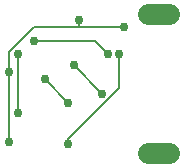
<source format=gbr>
G04 EAGLE Gerber RS-274X export*
G75*
%MOMM*%
%FSLAX34Y34*%
%LPD*%
%INBottom Copper*%
%IPPOS*%
%AMOC8*
5,1,8,0,0,1.08239X$1,22.5*%
G01*
%ADD10C,1.778000*%
%ADD11C,0.152400*%
%ADD12C,0.756400*%


D10*
X316210Y43100D02*
X333990Y43100D01*
X333990Y160100D02*
X316210Y160100D01*
D11*
X271272Y137160D02*
X219456Y137160D01*
X271272Y137160D02*
X281940Y126492D01*
D12*
X219456Y137160D03*
X281940Y126492D03*
D11*
X252984Y117348D02*
X277368Y92964D01*
D12*
X252984Y117348D03*
X277368Y92964D03*
D11*
X205740Y76200D02*
X205740Y126492D01*
D12*
X205740Y126492D03*
X205740Y76200D03*
D11*
X198120Y51816D02*
X198120Y111252D01*
X219456Y149352D02*
X257556Y149352D01*
X295656Y149352D01*
X219456Y149352D02*
X198120Y128016D01*
X198120Y111252D01*
X257556Y149352D02*
X257556Y155448D01*
D12*
X198120Y111252D03*
X198120Y51816D03*
X295656Y149352D03*
X257556Y155448D03*
D11*
X228600Y105156D02*
X248412Y85344D01*
D12*
X228600Y105156D03*
X248412Y85344D03*
D11*
X248412Y54864D02*
X248412Y50292D01*
X248412Y54864D02*
X291084Y97536D01*
X291084Y126492D01*
D12*
X248412Y50292D03*
X291084Y126492D03*
M02*

</source>
